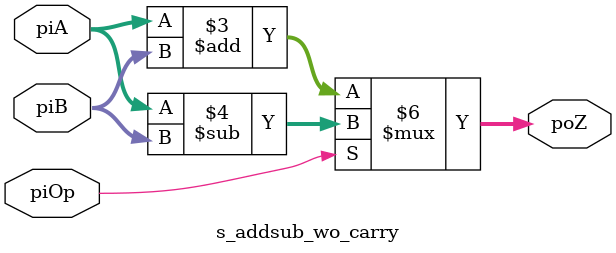
<source format=v>
module s_addsub_wo_carry #(
    parameter N = 4
)(
    input [N-1:0] piA,
    input [N-1:0] piB,
    input piOp,
    output reg [N-1:0] poZ
);
    
always @(*) begin
    if(piOp == 0) poZ <= piA + piB;
    else poZ <= piA - piB;
end

endmodule
</source>
